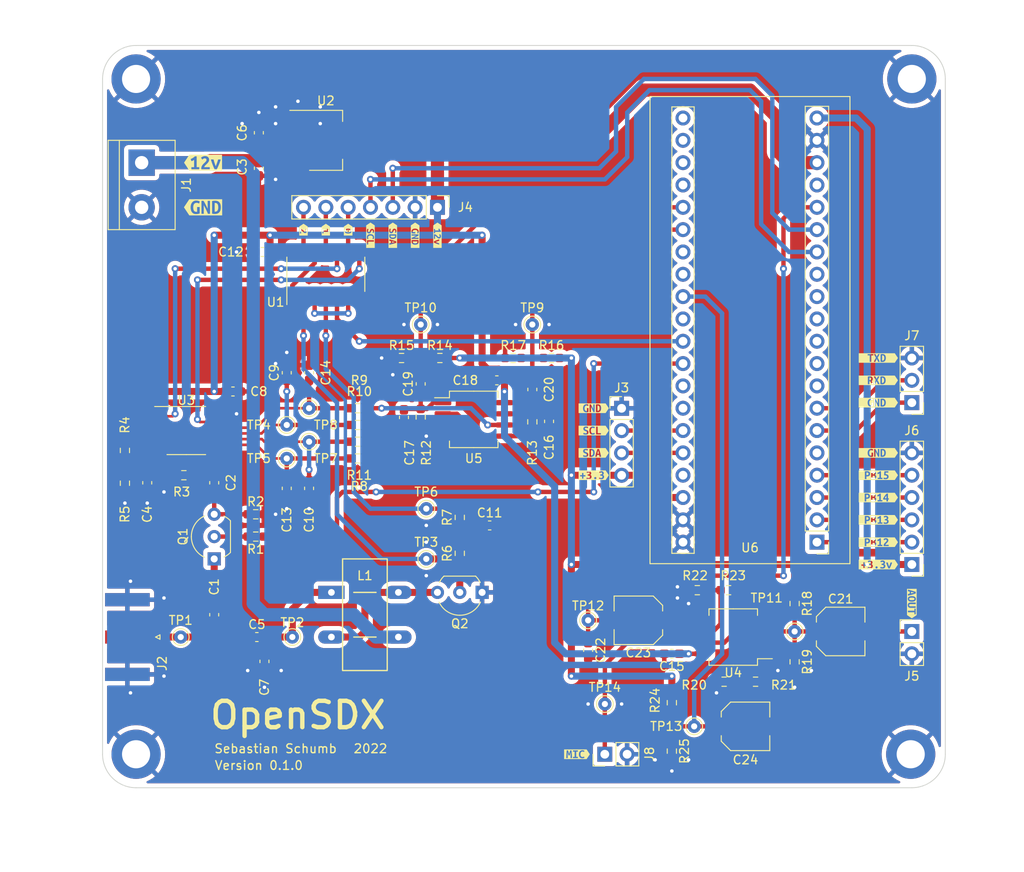
<source format=kicad_pcb>
(kicad_pcb (version 20211014) (generator pcbnew)

  (general
    (thickness 1.6)
  )

  (paper "A4")
  (title_block
    (comment 4 "AISLER Project ID: TRKRFPJH")
  )

  (layers
    (0 "F.Cu" signal)
    (31 "B.Cu" signal)
    (32 "B.Adhes" user "B.Adhesive")
    (33 "F.Adhes" user "F.Adhesive")
    (34 "B.Paste" user)
    (35 "F.Paste" user)
    (36 "B.SilkS" user "B.Silkscreen")
    (37 "F.SilkS" user "F.Silkscreen")
    (38 "B.Mask" user)
    (39 "F.Mask" user)
    (40 "Dwgs.User" user "User.Drawings")
    (41 "Cmts.User" user "User.Comments")
    (42 "Eco1.User" user "User.Eco1")
    (43 "Eco2.User" user "User.Eco2")
    (44 "Edge.Cuts" user)
    (45 "Margin" user)
    (46 "B.CrtYd" user "B.Courtyard")
    (47 "F.CrtYd" user "F.Courtyard")
    (48 "B.Fab" user)
    (49 "F.Fab" user)
    (50 "User.1" user)
    (51 "User.2" user)
    (52 "User.3" user)
    (53 "User.4" user)
    (54 "User.5" user)
    (55 "User.6" user)
    (56 "User.7" user)
    (57 "User.8" user)
    (58 "User.9" user)
  )

  (setup
    (stackup
      (layer "F.SilkS" (type "Top Silk Screen"))
      (layer "F.Paste" (type "Top Solder Paste"))
      (layer "F.Mask" (type "Top Solder Mask") (thickness 0.01))
      (layer "F.Cu" (type "copper") (thickness 0.035))
      (layer "dielectric 1" (type "core") (thickness 1.51) (material "FR4") (epsilon_r 4.5) (loss_tangent 0.02))
      (layer "B.Cu" (type "copper") (thickness 0.035))
      (layer "B.Mask" (type "Bottom Solder Mask") (thickness 0.01))
      (layer "B.Paste" (type "Bottom Solder Paste"))
      (layer "B.SilkS" (type "Bottom Silk Screen"))
      (copper_finish "None")
      (dielectric_constraints no)
    )
    (pad_to_mask_clearance 0)
    (pcbplotparams
      (layerselection 0x00010fc_ffffffff)
      (disableapertmacros false)
      (usegerberextensions false)
      (usegerberattributes true)
      (usegerberadvancedattributes true)
      (creategerberjobfile true)
      (svguseinch false)
      (svgprecision 6)
      (excludeedgelayer true)
      (plotframeref false)
      (viasonmask false)
      (mode 1)
      (useauxorigin false)
      (hpglpennumber 1)
      (hpglpenspeed 20)
      (hpglpendiameter 15.000000)
      (dxfpolygonmode true)
      (dxfimperialunits true)
      (dxfusepcbnewfont true)
      (psnegative false)
      (psa4output false)
      (plotreference true)
      (plotvalue true)
      (plotinvisibletext false)
      (sketchpadsonfab false)
      (subtractmaskfromsilk false)
      (outputformat 1)
      (mirror false)
      (drillshape 1)
      (scaleselection 1)
      (outputdirectory "")
    )
  )

  (net 0 "")
  (net 1 "Net-(C1-Pad2)")
  (net 2 "Net-(Q1-Pad2)")
  (net 3 "Net-(C2-Pad1)")
  (net 4 "GND")
  (net 5 "Net-(Q2-Pad2)")
  (net 6 "Net-(L1-Pad2)")
  (net 7 "RF")
  (net 8 "Net-(C5-Pad2)")
  (net 9 "Net-(C9-Pad1)")
  (net 10 "Net-(C13-Pad1)")
  (net 11 "Net-(R7-Pad2)")
  (net 12 "Net-(C10-Pad1)")
  (net 13 "Net-(C14-Pad1)")
  (net 14 "ADC_Q")
  (net 15 "ADC_I")
  (net 16 "Net-(C21-Pad1)")
  (net 17 "A_OUT")
  (net 18 "ADC_MIC")
  (net 19 "Net-(J8-Pad1)")
  (net 20 "CLK0")
  (net 21 "Net-(U1-Pad8)")
  (net 22 "CLK1")
  (net 23 "Net-(U1-Pad10)")
  (net 24 "BIAS_PWM")
  (net 25 "+5V")
  (net 26 "+12V")
  (net 27 "unconnected-(U3-Pad3)")
  (net 28 "unconnected-(U3-Pad4)")
  (net 29 "unconnected-(U3-Pad5)")
  (net 30 "unconnected-(U3-Pad6)")
  (net 31 "unconnected-(U3-Pad7)")
  (net 32 "Net-(C2-Pad2)")
  (net 33 "Net-(C24-Pad2)")
  (net 34 "Net-(R20-Pad1)")
  (net 35 "Net-(C23-Pad1)")
  (net 36 "Net-(R22-Pad1)")
  (net 37 "Net-(C17-Pad2)")
  (net 38 "Net-(R11-Pad2)")
  (net 39 "Net-(C17-Pad1)")
  (net 40 "SDA_PLL")
  (net 41 "SCL_PLL")
  (net 42 "RX_EN")
  (net 43 "unconnected-(U6-Pad11)")
  (net 44 "unconnected-(U6-Pad12)")
  (net 45 "SDA_DISP")
  (net 46 "SCL_DISP")
  (net 47 "unconnected-(U6-Pad21)")
  (net 48 "unconnected-(U6-Pad22)")
  (net 49 "unconnected-(U6-Pad30)")
  (net 50 "+3.3V")
  (net 51 "unconnected-(U6-Pad37)")
  (net 52 "Net-(J6-Pad3)")
  (net 53 "Net-(C16-Pad1)")
  (net 54 "Net-(R9-Pad2)")
  (net 55 "Net-(C16-Pad2)")
  (net 56 "Net-(C4-Pad1)")
  (net 57 "Net-(C11-Pad1)")
  (net 58 "Net-(C21-Pad2)")
  (net 59 "CLK2")
  (net 60 "Net-(J6-Pad2)")
  (net 61 "Net-(J6-Pad4)")
  (net 62 "Net-(J6-Pad5)")
  (net 63 "unconnected-(U6-Pad5)")
  (net 64 "unconnected-(U6-Pad34)")
  (net 65 "unconnected-(U6-Pad33)")
  (net 66 "unconnected-(U6-Pad8)")
  (net 67 "unconnected-(U6-Pad13)")
  (net 68 "unconnected-(U6-Pad9)")
  (net 69 "unconnected-(U6-Pad10)")
  (net 70 "unconnected-(U6-Pad28)")
  (net 71 "unconnected-(U6-Pad27)")
  (net 72 "unconnected-(U6-Pad24)")
  (net 73 "unconnected-(U6-Pad17)")
  (net 74 "unconnected-(U6-Pad23)")
  (net 75 "Net-(U1-Pad1)")
  (net 76 "Net-(U1-Pad3)")
  (net 77 "Net-(J7-Pad1)")
  (net 78 "Net-(J7-Pad2)")

  (footprint "MountingHole:MountingHole_3.2mm_M3_DIN965_Pad_TopBottom" (layer "F.Cu") (at 54.61 131.445))

  (footprint "Capacitor_SMD:C_0603_1608Metric_Pad1.08x0.95mm_HandSolder" (layer "F.Cu") (at 63.5 115.57 90))

  (footprint "TestPoint:TestPoint_THTPad_D1.5mm_Drill0.7mm" (layer "F.Cu") (at 118.11 128.27))

  (footprint "TestPoint:TestPoint_THTPad_D1.5mm_Drill0.7mm" (layer "F.Cu") (at 129.54 117.475))

  (footprint "Resistor_SMD:R_0603_1608Metric_Pad0.98x0.95mm_HandSolder" (layer "F.Cu") (at 79.815 92.075))

  (footprint "Capacitor_SMD:C_0603_1608Metric_Pad1.08x0.95mm_HandSolder" (layer "F.Cu") (at 69.215 120.8775 -90))

  (footprint "Resistor_SMD:R_0603_1608Metric_Pad0.98x0.95mm_HandSolder" (layer "F.Cu") (at 86.995 93.0675 90))

  (footprint "Resistor_SMD:R_0603_1608Metric_Pad0.98x0.95mm_HandSolder" (layer "F.Cu") (at 101.8775 86.36))

  (footprint "kibuzzard-63972C1C" (layer "F.Cu") (at 139.065 99.695))

  (footprint "Resistor_SMD:R_0603_1608Metric_Pad0.98x0.95mm_HandSolder" (layer "F.Cu") (at 129.54 114.3 -90))

  (footprint "Connector_PinHeader_2.54mm:PinHeader_1x07_P2.54mm_Vertical" (layer "F.Cu") (at 88.9 69.215 -90))

  (footprint "kibuzzard-63972ADE" (layer "F.Cu") (at 142.875 114.3 -90))

  (footprint "kibuzzard-639729AB" (layer "F.Cu") (at 73.66 71.755 -90))

  (footprint "Resistor_SMD:R_0603_1608Metric_Pad0.98x0.95mm_HandSolder" (layer "F.Cu") (at 68.2225 104.14))

  (footprint "Package_SO:SO-8_5.3x6.2mm_P1.27mm" (layer "F.Cu") (at 93.0275 93.345))

  (footprint "Connector_Coaxial:SMA_Amphenol_132289_EdgeMount" (layer "F.Cu") (at 53.6225 118.11 180))

  (footprint "TestPoint:TestPoint_THTPad_D1.5mm_Drill0.7mm" (layer "F.Cu") (at 74.295 95.885))

  (footprint "Capacitor_SMD:C_0603_1608Metric_Pad1.08x0.95mm_HandSolder" (layer "F.Cu") (at 115.57 120.015 180))

  (footprint "MountingHole:MountingHole_3.2mm_M3_DIN965_Pad_TopBottom" (layer "F.Cu") (at 54.61 54.61))

  (footprint "kibuzzard-63972BCB" (layer "F.Cu") (at 139.065 97.155))

  (footprint "TestPoint:TestPoint_THTPad_D1.5mm_Drill0.7mm" (layer "F.Cu") (at 59.69 118.11))

  (footprint "kibuzzard-63972A34" (layer "F.Cu") (at 106.68 99.695))

  (footprint "kibuzzard-63972897" (layer "F.Cu") (at 62.23 64.135))

  (footprint "Capacitor_SMD:C_0603_1608Metric_Pad1.08x0.95mm_HandSolder" (layer "F.Cu") (at 74.295 88.0375 90))

  (footprint "Package_TO_SOT_THT:TO-92_Inline_Wide" (layer "F.Cu") (at 93.98 113.03 180))

  (footprint "Resistor_SMD:R_0603_1608Metric_Pad0.98x0.95mm_HandSolder" (layer "F.Cu") (at 53.34 100.6075 -90))

  (footprint "Capacitor_SMD:C_0603_1608Metric_Pad1.08x0.95mm_HandSolder" (layer "F.Cu") (at 68.58 64.77 -90))

  (footprint "Package_TO_SOT_THT:TO-92_Inline_Wide" (layer "F.Cu") (at 63.5 109.22 90))

  (footprint "Resistor_SMD:R_0603_1608Metric_Pad0.98x0.95mm_HandSolder" (layer "F.Cu") (at 79.815 97.79))

  (footprint "TestPoint:TestPoint_THTPad_D1.5mm_Drill0.7mm" (layer "F.Cu") (at 74.295 92.075))

  (footprint "Connector_PinHeader_2.54mm:PinHeader_1x06_P2.54mm_Vertical" (layer "F.Cu") (at 142.875 109.855 180))

  (footprint "kibuzzard-63972C14" (layer "F.Cu") (at 139.065 102.235))

  (footprint "TestPoint:TestPoint_THTPad_D1.5mm_Drill0.7mm" (layer "F.Cu") (at 87.63 103.505))

  (footprint "Connector_PinHeader_2.54mm:PinHeader_1x03_P2.54mm_Vertical" (layer "F.Cu") (at 142.875 91.44 180))

  (footprint "TestPoint:TestPoint_THTPad_D1.5mm_Drill0.7mm" (layer "F.Cu") (at 107.95 125.73))

  (footprint "kibuzzard-63972A59" (layer "F.Cu") (at 106.68 92.075))

  (footprint "Resistor_SMD:R_0603_1608Metric_Pad0.98x0.95mm_HandSolder" (layer "F.Cu") (at 115.57 131.0875 -90))

  (footprint "Capacitor_SMD:C_0603_1608Metric_Pad1.08x0.95mm_HandSolder" (layer "F.Cu") (at 63.5 100.5575 90))

  (footprint "Capacitor_SMD:C_0603_1608Metric_Pad1.08x0.95mm_HandSolder" (layer "F.Cu") (at 99.695 89.9425 90))

  (footprint "Resistor_SMD:R_0603_1608Metric_Pad0.98x0.95mm_HandSolder" (layer "F.Cu") (at 84.8125 86.36))

  (footprint "Resistor_SMD:R_0603_1608Metric_Pad0.98x0.95mm_HandSolder" (layer "F.Cu") (at 121.5155 123.19 180))

  (footprint "TestPoint:TestPoint_THTPad_D1.5mm_Drill0.7mm" (layer "F.Cu") (at 72.39 118.11))

  (footprint "TestPoint:TestPoint_THTPad_D1.5mm_Drill0.7mm" (layer "F.Cu") (at 86.995 82.55))

  (footprint "Resistor_SMD:R_0603_1608Metric_Pad0.98x0.95mm_HandSolder" (layer "F.Cu") (at 79.815 93.98))

  (footprint "Capacitor_SMD:C_0603_1608Metric_Pad1.08x0.95mm_HandSolder" (layer "F.Cu") (at 106.045 119.6075 -90))

  (footprint "Resistor_SMD:R_0603_1608Metric_Pad0.98x0.95mm_HandSolder" (layer "F.Cu") (at 122.0235 112.776 180))

  (footprint "kibuzzard-63972C01" (layer "F.Cu") (at 139.065 107.315))

  (footprint "kibuzzard-63972C0D" (layer "F.Cu") (at 139.065 104.775))

  (footprint "Capacitor_SMD:C_0603_1608Metric_Pad1.08x0.95mm_HandSolder" (layer "F.Cu") (at 94.8425 105.41))

  (footprint "Capacitor_SMD:C_0603_1608Metric_Pad1.08x0.95mm_HandSolder" (layer "F.Cu") (at 71.755 101.1925 -90))

  (footprint "TestPoint:TestPoint_THTPad_D1.5mm_Drill0.7mm" (layer "F.Cu") (at 99.695 82.55))

  (footprint "Package_SO:SO-8_5.3x6.2mm_P1.27mm" (layer "F.Cu") (at 122.555 118.11 180))

  (footprint "MountingHole:MountingHole_3.2mm_M3_DIN965_Pad_TopBottom" (layer "F.Cu") (at 142.748 131.445))

  (footprint "Package_SO:TSSOP-16_4.4x5mm_P0.65mm" (layer "F.Cu") (at 60.325 94.615))

  (footprint "Connector_PinHeader_2.54mm:PinHeader_1x02_P2.54mm_Vertical" (layer "F.Cu") (at 107.94 131.445 90))

  (footprint "kibuzzard-63972E7D" (layer "F.Cu") (at 139.065 91.44))

  (footprint "Resistor_SMD:R_0603_1608Metric_Pad0.98x0.95mm_HandSolder" (layer "F.Cu") (at 97.5125 86.36))

  (footprint "Capacitor_SMD:C_0603_1608Metric_Pad1.08x0.95mm_HandSolder" (layer "F.Cu") (at 68.58 60.7325 90))

  (footprint "Resistor_SMD:R_0603_1608Metric_Pad0.98x0.95mm_HandSolder" (layer "F.Cu") (at 125.095 123.19 180))

  (footprint "Capacitor_SMD:C_Elec_5x5.8" (layer "F.Cu")
    (tedit 5BC8D926) (tstamp 90d29924-27cf-4bdc-aa2c-cfb0163709be)
    (at 134.7775 117.475)
    (desc
... [1141595 chars truncated]
</source>
